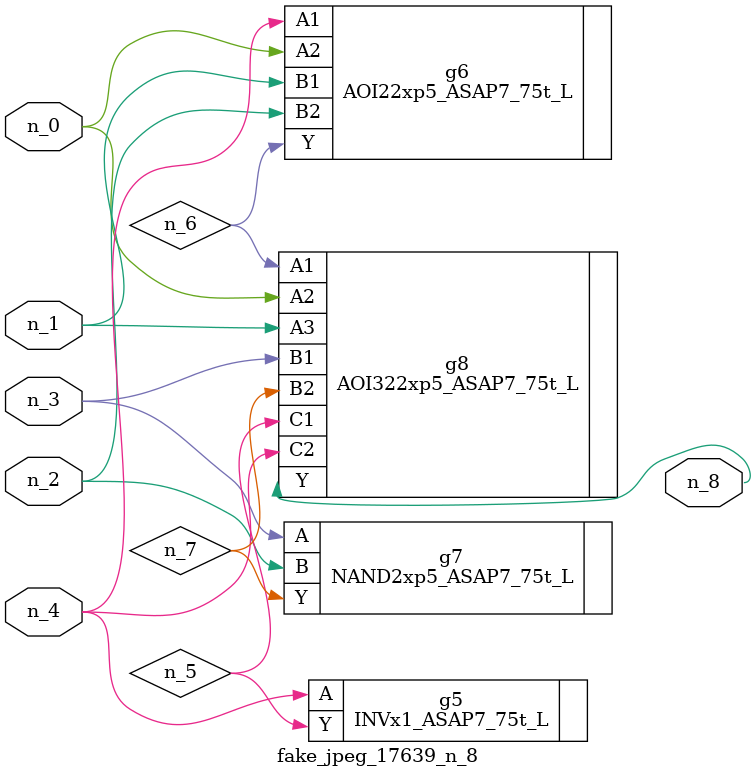
<source format=v>
module fake_jpeg_17639_n_8 (n_3, n_2, n_1, n_0, n_4, n_8);

input n_3;
input n_2;
input n_1;
input n_0;
input n_4;

output n_8;

wire n_6;
wire n_5;
wire n_7;

INVx1_ASAP7_75t_L g5 ( 
.A(n_4),
.Y(n_5)
);

AOI22xp5_ASAP7_75t_L g6 ( 
.A1(n_4),
.A2(n_0),
.B1(n_1),
.B2(n_2),
.Y(n_6)
);

NAND2xp5_ASAP7_75t_L g7 ( 
.A(n_3),
.B(n_2),
.Y(n_7)
);

AOI322xp5_ASAP7_75t_L g8 ( 
.A1(n_6),
.A2(n_0),
.A3(n_1),
.B1(n_3),
.B2(n_7),
.C1(n_5),
.C2(n_4),
.Y(n_8)
);


endmodule
</source>
